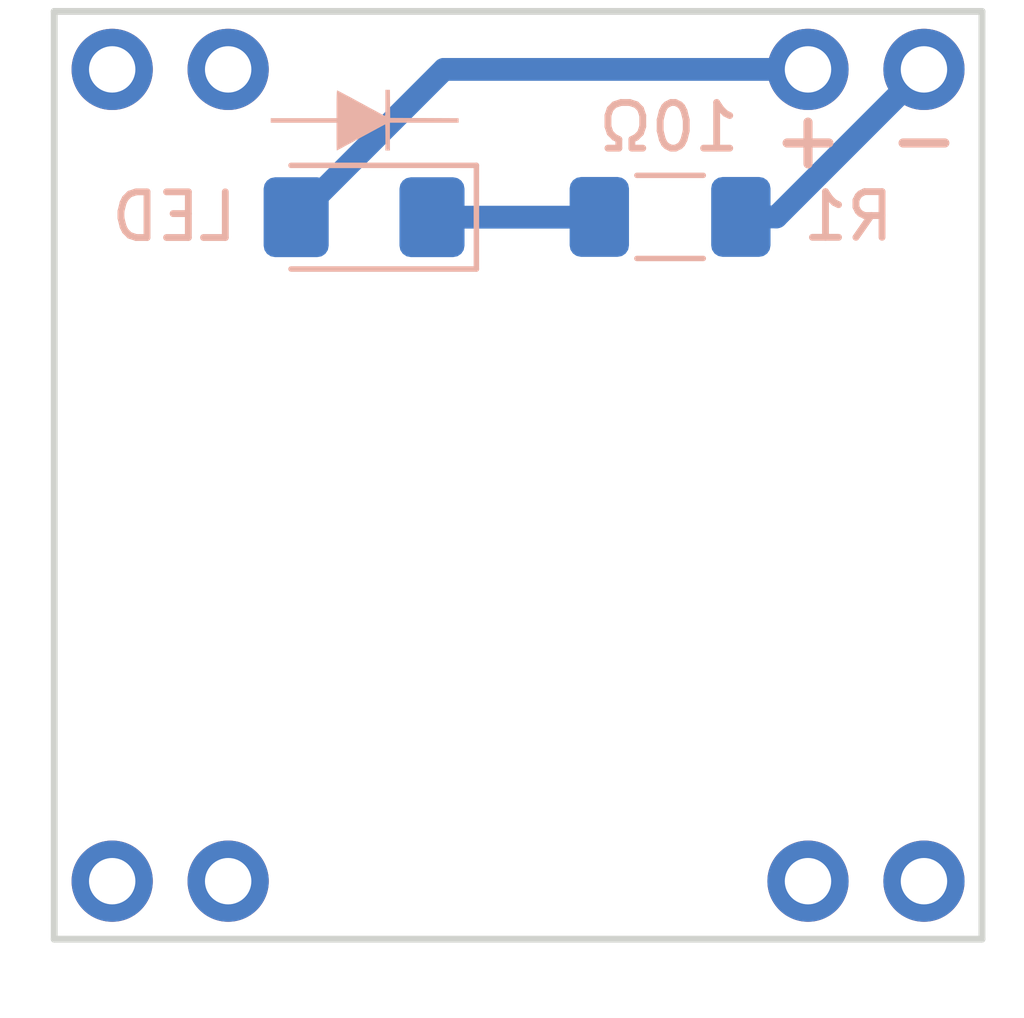
<source format=kicad_pcb>
(kicad_pcb (version 20240108) (generator "pcbnew") (generator_version "8.0")
  (layers (0 "F.Cu" signal) (31 "B.Cu" signal) (34 "B.Paste" user) (35 "F.Paste" user) (36 "B.SilkS" user "B.Silkscreen") (37 "F.SilkS" user "F.Silkscreen") (38 "B.Mask" user) (39 "F.Mask" user) (44 "Edge.Cuts" user))
  (net 0 "")
  (net 1 "Net-(D1-K)")
  (net 2 "Net-(D1-A)")
  (net 3 "Net-(R1-Pad1)")
  (footprint "minibadge_kicad:SAINTCON-Minibadge-Simple" (layer "F.Cu") (at 133.35 87.63)
    (property "Reference" "X1" (hide yes))
    (property "Value" "SAINTCON-Minibadge-Simple")
    (fp_line (start 0 0) (end 0 20.32) (stroke (width 0.15)) (layer "Edge.Cuts"))
    (fp_line (start 0 20.32) (end 20.32 20.32) (stroke (width 0.15)) (layer "Edge.Cuts"))
    (fp_line (start 20.32 0) (end 0 0) (stroke (width 0.15)) (layer "Edge.Cuts"))
    (fp_line (start 20.32 20.32) (end 20.32 0) (stroke (width 0.15)) (layer "Edge.Cuts"))
    (pad "1" thru_hole circle (at 1.27 1.27 90) (size 1.778 1.778) (drill 1.016) (layers "*.Cu" "*.Mask"))
    (pad "2" thru_hole circle (at 3.81 1.27 90) (size 1.778 1.778) (drill 1.016) (layers "*.Cu" "*.Mask"))
    (pad "7" thru_hole circle (at 16.51 1.27 90) (size 1.778 1.778) (drill 1.016) (layers "*.Cu" "*.Mask") (net 2 "Net-(D1-A)"))
    (pad "8" thru_hole circle (at 19.05 1.27 90) (size 1.778 1.778) (drill 1.016) (layers "*.Cu" "*.Mask") (net 3 "Net-(R1-Pad1)"))
    (pad "9" thru_hole circle (at 1.27 19.05 90) (size 1.778 1.778) (drill 1.016) (layers "*.Cu" "*.Mask"))
    (pad "10" thru_hole circle (at 3.81 19.05 90) (size 1.778 1.778) (drill 1.016) (layers "*.Cu" "*.Mask"))
    (pad "15" thru_hole circle (at 16.51 19.05 90) (size 1.778 1.778) (drill 1.016) (layers "*.Cu" "*.Mask"))
    (pad "16" thru_hole circle (at 19.05 19.05 90) (size 1.778 1.778) (drill 1.016) (layers "*.Cu" "*.Mask"))
  )
  (footprint "LOGO" (layer "B.Cu") (at 140.131286 90.043)
    (property "Reference" "" (at 0 0 0) (layer "B.SilkS") (effects (font (size 1.5 1.5) (thickness 0.3)) (justify mirror)))
    (property "Value" "" (hide yes))
    (fp_poly (pts (xy 0.571904 0.329466) (xy 0.571904 0.024865) (xy 1.324082 0.024865) (xy 2.07626 0.024865) (xy 2.07626 -0.024769) (xy 2.07626 -0.074402) (xy 1.32719 -0.077608) (xy 0.57812 -0.080813) (xy 0.574795 -0.388522) (xy 0.571469 -0.696231) (xy 0.521956 -0.696231) (xy 0.472442 -0.696231) (xy 0.472442 -0.408949) (xy 0.472334 -0.317247) (xy 0.47186 -0.247542) (xy 0.470798 -0.196967) (xy 0.468923 -0.162652) (xy 0.466012 -0.141731) (xy 0.46184 -0.131335) (xy 0.456186 -0.128596) (xy 0.450685 -0.129899) (xy 0.435573 -0.137395) (xy 0.40093 -0.155595) (xy 0.349037 -0.183269) (xy 0.282179 -0.219188) (xy 0.202638 -0.262122) (xy 0.112697 -0.310844) (xy 0.014639 -0.364123) (xy -0.071351 -0.410965) (xy -0.173985 -0.466792) (xy -0.27007 -0.518778) (xy -0.357379 -0.565736) (xy -0.433687 -0.606483) (xy -0.496764 -0.639834) (xy -0.544385 -0.664604) (xy -0.574323 -0.679609) (xy -0.5842 -0.683799) (xy -0.588553 -0.671511) (xy -0.59202 -0.635198) (xy -0.594567 -0.575686) (xy -0.59616 -0.493801) (xy -0.596765 -0.390369) (xy -0.59677 -0.379198) (xy -0.59677 -0.074597) (xy -1.317866 -0.074597) (xy -2.038963 -0.074597) (xy -2.038963 -0.024866) (xy -2.038963 0.024865) (xy -1.317866 0.024865) (xy -0.59677 0.024865) (xy -0.59677 0.329466) (xy -0.596601 0.413533) (xy -0.596127 0.488712) (xy -0.595395 0.55164) (xy -0.594453 0.598954) (xy -0.593348 0.627291) (xy -0.592441 0.634067) (xy -0.580999 0.628296) (xy -0.549869 0.611751) (xy -0.501182 0.585585) (xy -0.437069 0.550951) (xy -0.359659 0.509002) (xy -0.271083 0.460891) (xy -0.173472 0.40777) (xy -0.068956 0.350794) (xy -0.064046 0.348115) (xy 0.040804 0.290973) (xy 0.138913 0.237637) (xy 0.228141 0.189261) (xy 0.306347 0.146999) (xy 0.371391 0.112006) (xy 0.421134 0.085434) (xy 0.453436 0.068439) (xy 0.466156 0.062174) (xy 0.466231 0.062163) (xy 0.467998 0.074017) (xy 0.469569 0.107266) (xy 0.470869 0.158438) (xy 0.471823 0.224064) (xy 0.472356 0.300671) (xy 0.472442 0.348115) (xy 0.472442 0.634067) (xy 0.522173 0.634067) (xy 0.571904 0.634067)) (fill solid) (layer "B.SilkS"))
  )
  (footprint "Resistor_SMD:R_1206_3216Metric_Pad1.30x1.75mm_HandSolder" (layer "B.Cu") (at 146.839236 92.130996 180)
    (property "Reference" "R1" (at -3.903922 0.008244 0) (layer "B.SilkS") (effects (justify mirror)))
    (property "Value" "R")
    (fp_line (start -0.727064 0.91) (end 0.727064 0.91) (stroke (width 0.12)) (layer "B.SilkS"))
    (fp_line (start -0.727064 -0.91) (end 0.727064 -0.91) (stroke (width 0.12)) (layer "B.SilkS"))
    (pad "1" smd roundrect (at -1.55 0 180) (size 1.3 1.75) (layers "B.Cu" "B.Paste" "B.Mask") (roundrect_rratio 0.1923076923) (net 3 "Net-(R1-Pad1)"))
    (pad "2" smd roundrect (at 1.55 0 180) (size 1.3 1.75) (layers "B.Cu" "B.Paste" "B.Mask") (roundrect_rratio 0.1923076923) (net 1 "Net-(D1-K)"))
  )
  (footprint "LED_SMD:LED_1206_3216Metric_Pad1.42x1.75mm_HandSolder" (layer "B.Cu") (at 140.137 92.137066 180)
    (property "Reference" "LED" (at 4.158852 0.009802 0) (layer "B.SilkS") (effects (justify mirror)))
    (property "Value" "LED")
    (fp_line (start 1.6 1.135) (end -2.46 1.135) (stroke (width 0.12)) (layer "B.SilkS"))
    (fp_line (start -2.46 1.135) (end -2.46 -1.135) (stroke (width 0.12)) (layer "B.SilkS"))
    (fp_line (start -2.46 -1.135) (end 1.6 -1.135) (stroke (width 0.12)) (layer "B.SilkS"))
    (pad "1" smd roundrect (at -1.4875 0 180) (size 1.425 1.75) (layers "B.Cu" "B.Paste" "B.Mask") (roundrect_rratio 0.1754392982) (net 1 "Net-(D1-K)"))
    (pad "2" smd roundrect (at 1.4875 0 180) (size 1.425 1.75) (layers "B.Cu" "B.Paste" "B.Mask") (roundrect_rratio 0.1754392982) (net 2 "Net-(D1-A)"))
  )
  (gr_text "-" (at 152.4 90.424 0) (layer "B.SilkS") (effects (font (size 1.2 1.2) (thickness 0.2) (bold yes))))
  (gr_text "+" (at 149.86 90.424 0) (layer "B.SilkS") (effects (font (size 1.2 1.2) (thickness 0.2) (bold yes))))
  (gr_text "10Ω" (at 146.812 90.17 0) (layer "B.SilkS") (effects (font (size 1 1)) (justify mirror)))
  (segment (start 145.283166 92.137066) (end 145.289236 92.130996) (width 0.25) (layer "B.Cu") (net 1))
  (segment (start 141.6245 92.137066) (end 145.283166 92.137066) (width 0.5) (layer "B.Cu") (net 1))
  (segment (start 141.886566 88.9) (end 138.6495 92.137066) (width 0.5) (layer "B.Cu") (net 2))
  (segment (start 149.86 88.9) (end 141.886566 88.9) (width 0.5) (layer "B.Cu") (net 2))
  (segment (start 149.169004 92.130996) (end 148.389236 92.130996) (width 0.5) (layer "B.Cu") (net 3))
  (segment (start 149.169004 92.130996) (end 152.4 88.9) (width 0.5) (layer "B.Cu") (net 3))
)
</source>
